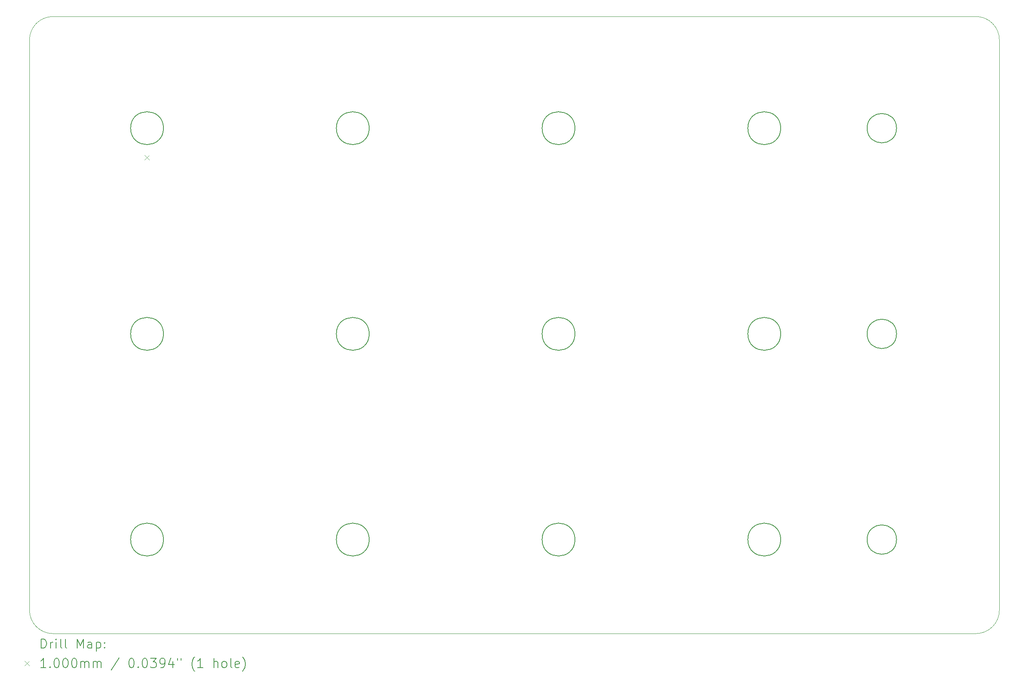
<source format=gbr>
%FSLAX45Y45*%
G04 Gerber Fmt 4.5, Leading zero omitted, Abs format (unit mm)*
G04 Created by KiCad (PCBNEW 6.0.5+dfsg-1~bpo11+1) date 2022-08-10 11:56:57*
%MOMM*%
%LPD*%
G01*
G04 APERTURE LIST*
%TA.AperFunction,Profile*%
%ADD10C,0.100000*%
%TD*%
%TA.AperFunction,Profile*%
%ADD11C,0.150000*%
%TD*%
%ADD12C,0.200000*%
%ADD13C,0.100000*%
G04 APERTURE END LIST*
D10*
X24638000Y-3238500D02*
G75*
G03*
X24130000Y-2730500I-508000J0D01*
G01*
X4191000Y-2730500D02*
X24130000Y-2730500D01*
X3683000Y-15557500D02*
G75*
G03*
X4191000Y-16065500I508000J0D01*
G01*
X24130000Y-16065500D02*
G75*
G03*
X24638000Y-15557500I0J508000D01*
G01*
X24638000Y-3238500D02*
X24638000Y-15557500D01*
D11*
X11023000Y-14033500D02*
G75*
G03*
X11023000Y-14033500I-355000J0D01*
G01*
D10*
X4191000Y-2730500D02*
G75*
G03*
X3683000Y-3238500I0J-508000D01*
G01*
D11*
X6578000Y-5143500D02*
G75*
G03*
X6578000Y-5143500I-355000J0D01*
G01*
X6578000Y-9588500D02*
G75*
G03*
X6578000Y-9588500I-355000J0D01*
G01*
X15468000Y-5143500D02*
G75*
G03*
X15468000Y-5143500I-355000J0D01*
G01*
X19913000Y-5143500D02*
G75*
G03*
X19913000Y-5143500I-355000J0D01*
G01*
X19913000Y-14033500D02*
G75*
G03*
X19913000Y-14033500I-355000J0D01*
G01*
X22415500Y-9588500D02*
G75*
G03*
X22415500Y-9588500I-317500J0D01*
G01*
X22415500Y-5143500D02*
G75*
G03*
X22415500Y-5143500I-317500J0D01*
G01*
D10*
X3683000Y-15557500D02*
X3683000Y-3238500D01*
X24130000Y-16065500D02*
X4191000Y-16065500D01*
D11*
X6578000Y-14033500D02*
G75*
G03*
X6578000Y-14033500I-355000J0D01*
G01*
X15468000Y-14033500D02*
G75*
G03*
X15468000Y-14033500I-355000J0D01*
G01*
X19913000Y-9588500D02*
G75*
G03*
X19913000Y-9588500I-355000J0D01*
G01*
X22415500Y-14033500D02*
G75*
G03*
X22415500Y-14033500I-317500J0D01*
G01*
X11023000Y-9588500D02*
G75*
G03*
X11023000Y-9588500I-355000J0D01*
G01*
X15468000Y-9588500D02*
G75*
G03*
X15468000Y-9588500I-355000J0D01*
G01*
X11023000Y-5143500D02*
G75*
G03*
X11023000Y-5143500I-355000J0D01*
G01*
D12*
D13*
X6173000Y-5728500D02*
X6273000Y-5828500D01*
X6273000Y-5728500D02*
X6173000Y-5828500D01*
D12*
X3935619Y-16380976D02*
X3935619Y-16180976D01*
X3983238Y-16180976D01*
X4011809Y-16190500D01*
X4030857Y-16209548D01*
X4040381Y-16228595D01*
X4049904Y-16266691D01*
X4049904Y-16295262D01*
X4040381Y-16333357D01*
X4030857Y-16352405D01*
X4011809Y-16371452D01*
X3983238Y-16380976D01*
X3935619Y-16380976D01*
X4135619Y-16380976D02*
X4135619Y-16247643D01*
X4135619Y-16285738D02*
X4145143Y-16266691D01*
X4154666Y-16257167D01*
X4173714Y-16247643D01*
X4192762Y-16247643D01*
X4259428Y-16380976D02*
X4259428Y-16247643D01*
X4259428Y-16180976D02*
X4249905Y-16190500D01*
X4259428Y-16200024D01*
X4268952Y-16190500D01*
X4259428Y-16180976D01*
X4259428Y-16200024D01*
X4383238Y-16380976D02*
X4364190Y-16371452D01*
X4354666Y-16352405D01*
X4354666Y-16180976D01*
X4488000Y-16380976D02*
X4468952Y-16371452D01*
X4459428Y-16352405D01*
X4459428Y-16180976D01*
X4716571Y-16380976D02*
X4716571Y-16180976D01*
X4783238Y-16323833D01*
X4849905Y-16180976D01*
X4849905Y-16380976D01*
X5030857Y-16380976D02*
X5030857Y-16276214D01*
X5021333Y-16257167D01*
X5002286Y-16247643D01*
X4964190Y-16247643D01*
X4945143Y-16257167D01*
X5030857Y-16371452D02*
X5011809Y-16380976D01*
X4964190Y-16380976D01*
X4945143Y-16371452D01*
X4935619Y-16352405D01*
X4935619Y-16333357D01*
X4945143Y-16314310D01*
X4964190Y-16304786D01*
X5011809Y-16304786D01*
X5030857Y-16295262D01*
X5126095Y-16247643D02*
X5126095Y-16447643D01*
X5126095Y-16257167D02*
X5145143Y-16247643D01*
X5183238Y-16247643D01*
X5202286Y-16257167D01*
X5211809Y-16266691D01*
X5221333Y-16285738D01*
X5221333Y-16342881D01*
X5211809Y-16361929D01*
X5202286Y-16371452D01*
X5183238Y-16380976D01*
X5145143Y-16380976D01*
X5126095Y-16371452D01*
X5307047Y-16361929D02*
X5316571Y-16371452D01*
X5307047Y-16380976D01*
X5297524Y-16371452D01*
X5307047Y-16361929D01*
X5307047Y-16380976D01*
X5307047Y-16257167D02*
X5316571Y-16266691D01*
X5307047Y-16276214D01*
X5297524Y-16266691D01*
X5307047Y-16257167D01*
X5307047Y-16276214D01*
D13*
X3578000Y-16660500D02*
X3678000Y-16760500D01*
X3678000Y-16660500D02*
X3578000Y-16760500D01*
D12*
X4040381Y-16800976D02*
X3926095Y-16800976D01*
X3983238Y-16800976D02*
X3983238Y-16600976D01*
X3964190Y-16629548D01*
X3945143Y-16648595D01*
X3926095Y-16658119D01*
X4126095Y-16781929D02*
X4135619Y-16791453D01*
X4126095Y-16800976D01*
X4116571Y-16791453D01*
X4126095Y-16781929D01*
X4126095Y-16800976D01*
X4259428Y-16600976D02*
X4278476Y-16600976D01*
X4297524Y-16610500D01*
X4307047Y-16620024D01*
X4316571Y-16639072D01*
X4326095Y-16677167D01*
X4326095Y-16724786D01*
X4316571Y-16762881D01*
X4307047Y-16781929D01*
X4297524Y-16791453D01*
X4278476Y-16800976D01*
X4259428Y-16800976D01*
X4240381Y-16791453D01*
X4230857Y-16781929D01*
X4221333Y-16762881D01*
X4211809Y-16724786D01*
X4211809Y-16677167D01*
X4221333Y-16639072D01*
X4230857Y-16620024D01*
X4240381Y-16610500D01*
X4259428Y-16600976D01*
X4449905Y-16600976D02*
X4468952Y-16600976D01*
X4488000Y-16610500D01*
X4497524Y-16620024D01*
X4507047Y-16639072D01*
X4516571Y-16677167D01*
X4516571Y-16724786D01*
X4507047Y-16762881D01*
X4497524Y-16781929D01*
X4488000Y-16791453D01*
X4468952Y-16800976D01*
X4449905Y-16800976D01*
X4430857Y-16791453D01*
X4421333Y-16781929D01*
X4411809Y-16762881D01*
X4402286Y-16724786D01*
X4402286Y-16677167D01*
X4411809Y-16639072D01*
X4421333Y-16620024D01*
X4430857Y-16610500D01*
X4449905Y-16600976D01*
X4640381Y-16600976D02*
X4659428Y-16600976D01*
X4678476Y-16610500D01*
X4688000Y-16620024D01*
X4697524Y-16639072D01*
X4707047Y-16677167D01*
X4707047Y-16724786D01*
X4697524Y-16762881D01*
X4688000Y-16781929D01*
X4678476Y-16791453D01*
X4659428Y-16800976D01*
X4640381Y-16800976D01*
X4621333Y-16791453D01*
X4611809Y-16781929D01*
X4602286Y-16762881D01*
X4592762Y-16724786D01*
X4592762Y-16677167D01*
X4602286Y-16639072D01*
X4611809Y-16620024D01*
X4621333Y-16610500D01*
X4640381Y-16600976D01*
X4792762Y-16800976D02*
X4792762Y-16667643D01*
X4792762Y-16686691D02*
X4802286Y-16677167D01*
X4821333Y-16667643D01*
X4849905Y-16667643D01*
X4868952Y-16677167D01*
X4878476Y-16696214D01*
X4878476Y-16800976D01*
X4878476Y-16696214D02*
X4888000Y-16677167D01*
X4907047Y-16667643D01*
X4935619Y-16667643D01*
X4954666Y-16677167D01*
X4964190Y-16696214D01*
X4964190Y-16800976D01*
X5059428Y-16800976D02*
X5059428Y-16667643D01*
X5059428Y-16686691D02*
X5068952Y-16677167D01*
X5088000Y-16667643D01*
X5116571Y-16667643D01*
X5135619Y-16677167D01*
X5145143Y-16696214D01*
X5145143Y-16800976D01*
X5145143Y-16696214D02*
X5154666Y-16677167D01*
X5173714Y-16667643D01*
X5202286Y-16667643D01*
X5221333Y-16677167D01*
X5230857Y-16696214D01*
X5230857Y-16800976D01*
X5621333Y-16591452D02*
X5449905Y-16848595D01*
X5878476Y-16600976D02*
X5897524Y-16600976D01*
X5916571Y-16610500D01*
X5926095Y-16620024D01*
X5935619Y-16639072D01*
X5945143Y-16677167D01*
X5945143Y-16724786D01*
X5935619Y-16762881D01*
X5926095Y-16781929D01*
X5916571Y-16791453D01*
X5897524Y-16800976D01*
X5878476Y-16800976D01*
X5859428Y-16791453D01*
X5849904Y-16781929D01*
X5840381Y-16762881D01*
X5830857Y-16724786D01*
X5830857Y-16677167D01*
X5840381Y-16639072D01*
X5849904Y-16620024D01*
X5859428Y-16610500D01*
X5878476Y-16600976D01*
X6030857Y-16781929D02*
X6040381Y-16791453D01*
X6030857Y-16800976D01*
X6021333Y-16791453D01*
X6030857Y-16781929D01*
X6030857Y-16800976D01*
X6164190Y-16600976D02*
X6183238Y-16600976D01*
X6202285Y-16610500D01*
X6211809Y-16620024D01*
X6221333Y-16639072D01*
X6230857Y-16677167D01*
X6230857Y-16724786D01*
X6221333Y-16762881D01*
X6211809Y-16781929D01*
X6202285Y-16791453D01*
X6183238Y-16800976D01*
X6164190Y-16800976D01*
X6145143Y-16791453D01*
X6135619Y-16781929D01*
X6126095Y-16762881D01*
X6116571Y-16724786D01*
X6116571Y-16677167D01*
X6126095Y-16639072D01*
X6135619Y-16620024D01*
X6145143Y-16610500D01*
X6164190Y-16600976D01*
X6297524Y-16600976D02*
X6421333Y-16600976D01*
X6354666Y-16677167D01*
X6383238Y-16677167D01*
X6402285Y-16686691D01*
X6411809Y-16696214D01*
X6421333Y-16715262D01*
X6421333Y-16762881D01*
X6411809Y-16781929D01*
X6402285Y-16791453D01*
X6383238Y-16800976D01*
X6326095Y-16800976D01*
X6307047Y-16791453D01*
X6297524Y-16781929D01*
X6516571Y-16800976D02*
X6554666Y-16800976D01*
X6573714Y-16791453D01*
X6583238Y-16781929D01*
X6602285Y-16753357D01*
X6611809Y-16715262D01*
X6611809Y-16639072D01*
X6602285Y-16620024D01*
X6592762Y-16610500D01*
X6573714Y-16600976D01*
X6535619Y-16600976D01*
X6516571Y-16610500D01*
X6507047Y-16620024D01*
X6497524Y-16639072D01*
X6497524Y-16686691D01*
X6507047Y-16705738D01*
X6516571Y-16715262D01*
X6535619Y-16724786D01*
X6573714Y-16724786D01*
X6592762Y-16715262D01*
X6602285Y-16705738D01*
X6611809Y-16686691D01*
X6783238Y-16667643D02*
X6783238Y-16800976D01*
X6735619Y-16591452D02*
X6688000Y-16734310D01*
X6811809Y-16734310D01*
X6878476Y-16600976D02*
X6878476Y-16639072D01*
X6954666Y-16600976D02*
X6954666Y-16639072D01*
X7249904Y-16877167D02*
X7240381Y-16867643D01*
X7221333Y-16839072D01*
X7211809Y-16820024D01*
X7202285Y-16791453D01*
X7192762Y-16743833D01*
X7192762Y-16705738D01*
X7202285Y-16658119D01*
X7211809Y-16629548D01*
X7221333Y-16610500D01*
X7240381Y-16581929D01*
X7249904Y-16572405D01*
X7430857Y-16800976D02*
X7316571Y-16800976D01*
X7373714Y-16800976D02*
X7373714Y-16600976D01*
X7354666Y-16629548D01*
X7335619Y-16648595D01*
X7316571Y-16658119D01*
X7668952Y-16800976D02*
X7668952Y-16600976D01*
X7754666Y-16800976D02*
X7754666Y-16696214D01*
X7745143Y-16677167D01*
X7726095Y-16667643D01*
X7697524Y-16667643D01*
X7678476Y-16677167D01*
X7668952Y-16686691D01*
X7878476Y-16800976D02*
X7859428Y-16791453D01*
X7849904Y-16781929D01*
X7840381Y-16762881D01*
X7840381Y-16705738D01*
X7849904Y-16686691D01*
X7859428Y-16677167D01*
X7878476Y-16667643D01*
X7907047Y-16667643D01*
X7926095Y-16677167D01*
X7935619Y-16686691D01*
X7945143Y-16705738D01*
X7945143Y-16762881D01*
X7935619Y-16781929D01*
X7926095Y-16791453D01*
X7907047Y-16800976D01*
X7878476Y-16800976D01*
X8059428Y-16800976D02*
X8040381Y-16791453D01*
X8030857Y-16772405D01*
X8030857Y-16600976D01*
X8211809Y-16791453D02*
X8192762Y-16800976D01*
X8154666Y-16800976D01*
X8135619Y-16791453D01*
X8126095Y-16772405D01*
X8126095Y-16696214D01*
X8135619Y-16677167D01*
X8154666Y-16667643D01*
X8192762Y-16667643D01*
X8211809Y-16677167D01*
X8221333Y-16696214D01*
X8221333Y-16715262D01*
X8126095Y-16734310D01*
X8288000Y-16877167D02*
X8297524Y-16867643D01*
X8316571Y-16839072D01*
X8326095Y-16820024D01*
X8335619Y-16791453D01*
X8345143Y-16743833D01*
X8345143Y-16705738D01*
X8335619Y-16658119D01*
X8326095Y-16629548D01*
X8316571Y-16610500D01*
X8297524Y-16581929D01*
X8288000Y-16572405D01*
M02*

</source>
